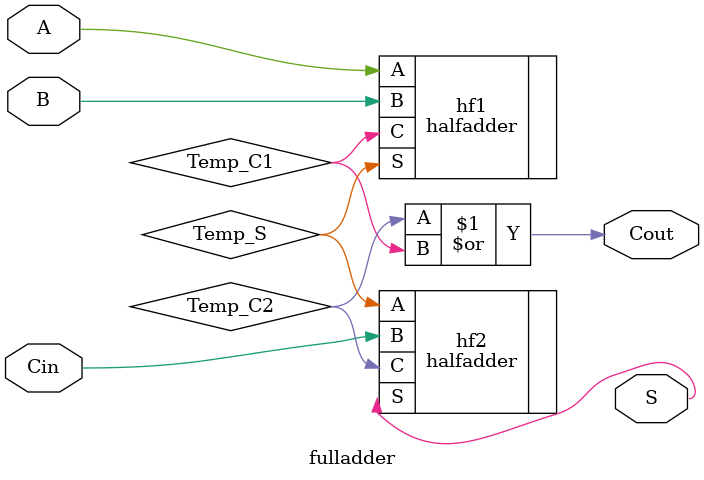
<source format=v>
module fulladder ( A, B, Cin, S ,Cout );
  input A, B, Cin;
  output S, Cout;

  // Internal wires
  wire  Temp_S, Temp_C1, Temp_C2;

  assign Cout = Temp_C2 | Temp_C1;

  halfadder hf1 ( .A(A), .B(B), .S(Temp_S), .C(Temp_C1) );
  halfadder hf2 ( .A(Temp_S), .B(Cin), .S(S), .C(Temp_C2) );
endmodule

</source>
